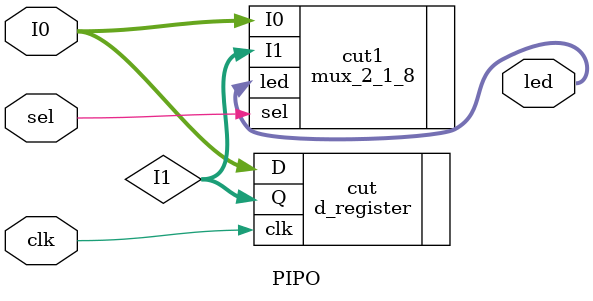
<source format=v>
`timescale 1ns / 1ps


module PIPO(
    input [7:0] I0, 
    input clk,
    input sel, 
    output [7:0] led
    );
    
    wire [7:0] I1;
    
    d_register cut(.D(I0), .clk(clk), .Q(I1));
    
    mux_2_1_8 cut1(.I0(I0), .I1(I1), .sel(sel), .led(led));
    
endmodule

</source>
